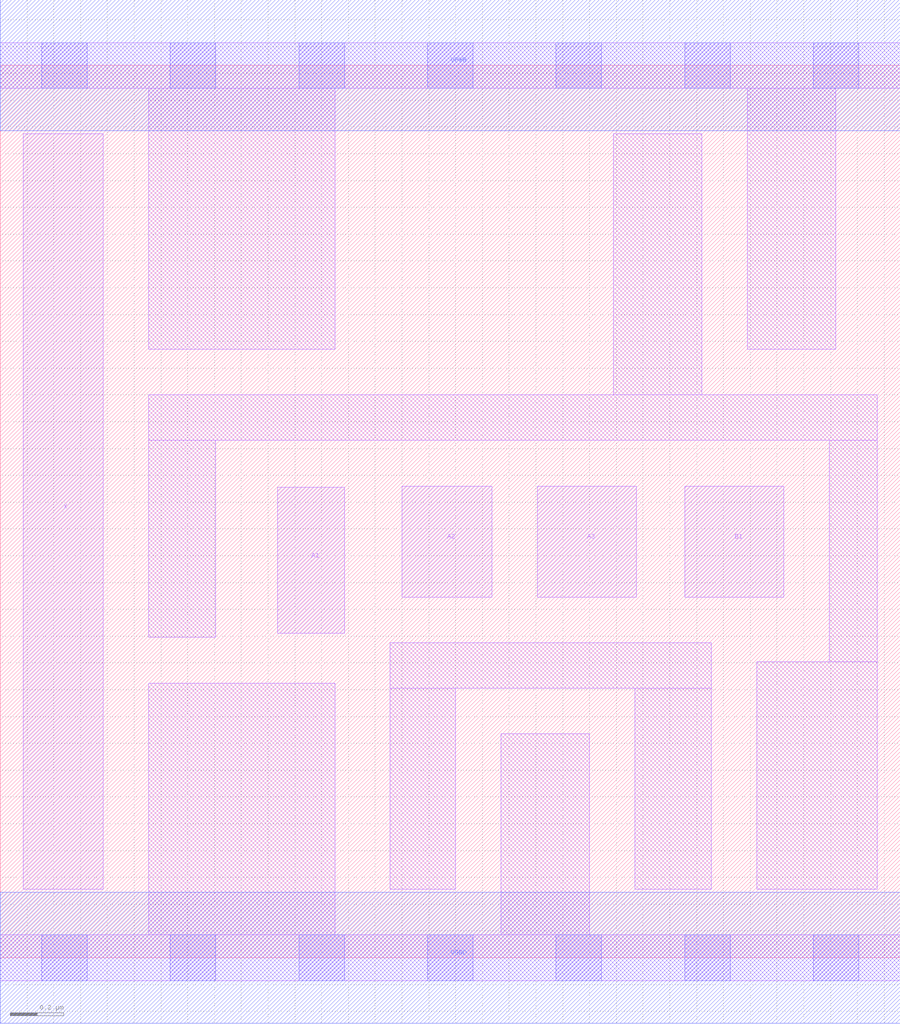
<source format=lef>
# Copyright 2020 The SkyWater PDK Authors
#
# Licensed under the Apache License, Version 2.0 (the "License");
# you may not use this file except in compliance with the License.
# You may obtain a copy of the License at
#
#     https://www.apache.org/licenses/LICENSE-2.0
#
# Unless required by applicable law or agreed to in writing, software
# distributed under the License is distributed on an "AS IS" BASIS,
# WITHOUT WARRANTIES OR CONDITIONS OF ANY KIND, either express or implied.
# See the License for the specific language governing permissions and
# limitations under the License.
#
# SPDX-License-Identifier: Apache-2.0

VERSION 5.7 ;
  NAMESCASESENSITIVE ON ;
  NOWIREEXTENSIONATPIN ON ;
  DIVIDERCHAR "/" ;
  BUSBITCHARS "[]" ;
UNITS
  DATABASE MICRONS 200 ;
END UNITS
MACRO sky130_fd_sc_lp__o31a_1
  CLASS CORE ;
  FOREIGN sky130_fd_sc_lp__o31a_1 ;
  ORIGIN  0.000000  0.000000 ;
  SIZE  3.360000 BY  3.330000 ;
  SYMMETRY X Y R90 ;
  SITE unit ;
  PIN A1
    ANTENNAGATEAREA  0.315000 ;
    DIRECTION INPUT ;
    USE SIGNAL ;
    PORT
      LAYER li1 ;
        RECT 1.035000 1.210000 1.285000 1.755000 ;
    END
  END A1
  PIN A2
    ANTENNAGATEAREA  0.315000 ;
    DIRECTION INPUT ;
    USE SIGNAL ;
    PORT
      LAYER li1 ;
        RECT 1.500000 1.345000 1.835000 1.760000 ;
    END
  END A2
  PIN A3
    ANTENNAGATEAREA  0.315000 ;
    DIRECTION INPUT ;
    USE SIGNAL ;
    PORT
      LAYER li1 ;
        RECT 2.005000 1.345000 2.375000 1.760000 ;
    END
  END A3
  PIN B1
    ANTENNAGATEAREA  0.315000 ;
    DIRECTION INPUT ;
    USE SIGNAL ;
    PORT
      LAYER li1 ;
        RECT 2.555000 1.345000 2.925000 1.760000 ;
    END
  END B1
  PIN X
    ANTENNADIFFAREA  0.556500 ;
    DIRECTION OUTPUT ;
    USE SIGNAL ;
    PORT
      LAYER li1 ;
        RECT 0.085000 0.255000 0.385000 3.075000 ;
    END
  END X
  PIN VGND
    DIRECTION INOUT ;
    USE GROUND ;
    PORT
      LAYER met1 ;
        RECT 0.000000 -0.245000 3.360000 0.245000 ;
    END
  END VGND
  PIN VPWR
    DIRECTION INOUT ;
    USE POWER ;
    PORT
      LAYER met1 ;
        RECT 0.000000 3.085000 3.360000 3.575000 ;
    END
  END VPWR
  OBS
    LAYER li1 ;
      RECT 0.000000 -0.085000 3.360000 0.085000 ;
      RECT 0.000000  3.245000 3.360000 3.415000 ;
      RECT 0.555000  0.085000 1.250000 1.025000 ;
      RECT 0.555000  1.195000 0.805000 1.930000 ;
      RECT 0.555000  1.930000 3.275000 2.100000 ;
      RECT 0.555000  2.270000 1.250000 3.245000 ;
      RECT 1.455000  0.255000 1.700000 1.005000 ;
      RECT 1.455000  1.005000 2.655000 1.175000 ;
      RECT 1.870000  0.085000 2.200000 0.835000 ;
      RECT 2.290000  2.100000 2.620000 3.075000 ;
      RECT 2.370000  0.255000 2.655000 1.005000 ;
      RECT 2.790000  2.270000 3.120000 3.245000 ;
      RECT 2.825000  0.255000 3.275000 1.105000 ;
      RECT 3.095000  1.105000 3.275000 1.930000 ;
    LAYER mcon ;
      RECT 0.155000 -0.085000 0.325000 0.085000 ;
      RECT 0.155000  3.245000 0.325000 3.415000 ;
      RECT 0.635000 -0.085000 0.805000 0.085000 ;
      RECT 0.635000  3.245000 0.805000 3.415000 ;
      RECT 1.115000 -0.085000 1.285000 0.085000 ;
      RECT 1.115000  3.245000 1.285000 3.415000 ;
      RECT 1.595000 -0.085000 1.765000 0.085000 ;
      RECT 1.595000  3.245000 1.765000 3.415000 ;
      RECT 2.075000 -0.085000 2.245000 0.085000 ;
      RECT 2.075000  3.245000 2.245000 3.415000 ;
      RECT 2.555000 -0.085000 2.725000 0.085000 ;
      RECT 2.555000  3.245000 2.725000 3.415000 ;
      RECT 3.035000 -0.085000 3.205000 0.085000 ;
      RECT 3.035000  3.245000 3.205000 3.415000 ;
  END
END sky130_fd_sc_lp__o31a_1
END LIBRARY

</source>
